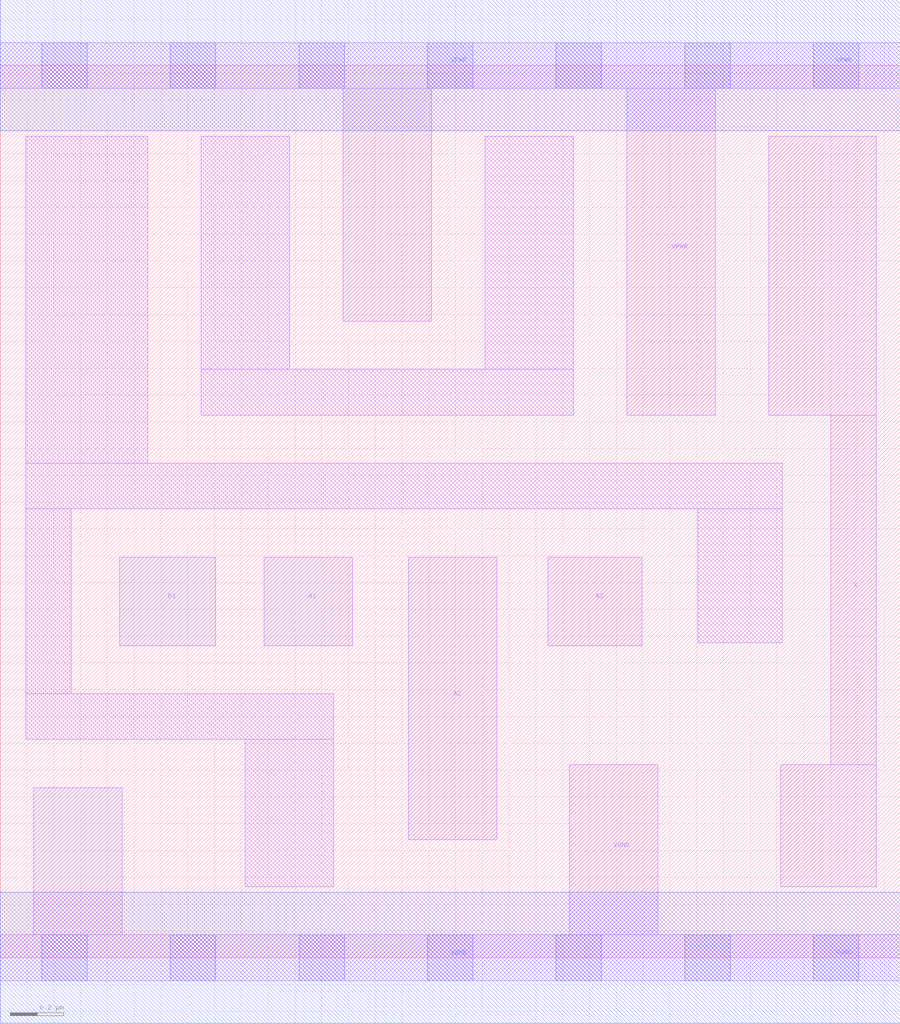
<source format=lef>
# Copyright 2020 The SkyWater PDK Authors
#
# Licensed under the Apache License, Version 2.0 (the "License");
# you may not use this file except in compliance with the License.
# You may obtain a copy of the License at
#
#     https://www.apache.org/licenses/LICENSE-2.0
#
# Unless required by applicable law or agreed to in writing, software
# distributed under the License is distributed on an "AS IS" BASIS,
# WITHOUT WARRANTIES OR CONDITIONS OF ANY KIND, either express or implied.
# See the License for the specific language governing permissions and
# limitations under the License.
#
# SPDX-License-Identifier: Apache-2.0

VERSION 5.7 ;
  NAMESCASESENSITIVE ON ;
  NOWIREEXTENSIONATPIN ON ;
  DIVIDERCHAR "/" ;
  BUSBITCHARS "[]" ;
UNITS
  DATABASE MICRONS 200 ;
END UNITS
MACRO sky130_fd_sc_lp__a31o_lp
  CLASS CORE ;
  SOURCE USER ;
  FOREIGN sky130_fd_sc_lp__a31o_lp ;
  ORIGIN  0.000000  0.000000 ;
  SIZE  3.360000 BY  3.330000 ;
  SYMMETRY X Y R90 ;
  SITE unit ;
  PIN A1
    ANTENNAGATEAREA  0.313000 ;
    DIRECTION INPUT ;
    USE SIGNAL ;
    PORT
      LAYER li1 ;
        RECT 0.985000 1.165000 1.315000 1.495000 ;
    END
  END A1
  PIN A2
    ANTENNAGATEAREA  0.313000 ;
    DIRECTION INPUT ;
    USE SIGNAL ;
    PORT
      LAYER li1 ;
        RECT 1.525000 0.440000 1.855000 1.495000 ;
    END
  END A2
  PIN A3
    ANTENNAGATEAREA  0.313000 ;
    DIRECTION INPUT ;
    USE SIGNAL ;
    PORT
      LAYER li1 ;
        RECT 2.045000 1.165000 2.395000 1.495000 ;
    END
  END A3
  PIN B1
    ANTENNAGATEAREA  0.376000 ;
    DIRECTION INPUT ;
    USE SIGNAL ;
    PORT
      LAYER li1 ;
        RECT 0.445000 1.165000 0.805000 1.495000 ;
    END
  END B1
  PIN X
    ANTENNADIFFAREA  0.404700 ;
    DIRECTION OUTPUT ;
    USE SIGNAL ;
    PORT
      LAYER li1 ;
        RECT 2.870000 2.025000 3.270000 3.065000 ;
        RECT 2.915000 0.265000 3.270000 0.720000 ;
        RECT 3.100000 0.720000 3.270000 2.025000 ;
    END
  END X
  PIN VGND
    DIRECTION INOUT ;
    USE GROUND ;
    PORT
      LAYER li1 ;
        RECT 0.000000 -0.085000 3.360000 0.085000 ;
        RECT 0.125000  0.085000 0.455000 0.635000 ;
        RECT 2.125000  0.085000 2.455000 0.720000 ;
      LAYER mcon ;
        RECT 0.155000 -0.085000 0.325000 0.085000 ;
        RECT 0.635000 -0.085000 0.805000 0.085000 ;
        RECT 1.115000 -0.085000 1.285000 0.085000 ;
        RECT 1.595000 -0.085000 1.765000 0.085000 ;
        RECT 2.075000 -0.085000 2.245000 0.085000 ;
        RECT 2.555000 -0.085000 2.725000 0.085000 ;
        RECT 3.035000 -0.085000 3.205000 0.085000 ;
      LAYER met1 ;
        RECT 0.000000 -0.245000 3.360000 0.245000 ;
    END
  END VGND
  PIN VPWR
    DIRECTION INOUT ;
    USE POWER ;
    PORT
      LAYER li1 ;
        RECT 0.000000 3.245000 3.360000 3.415000 ;
        RECT 1.280000 2.375000 1.610000 3.245000 ;
        RECT 2.340000 2.025000 2.670000 3.245000 ;
      LAYER mcon ;
        RECT 0.155000 3.245000 0.325000 3.415000 ;
        RECT 0.635000 3.245000 0.805000 3.415000 ;
        RECT 1.115000 3.245000 1.285000 3.415000 ;
        RECT 1.595000 3.245000 1.765000 3.415000 ;
        RECT 2.075000 3.245000 2.245000 3.415000 ;
        RECT 2.555000 3.245000 2.725000 3.415000 ;
        RECT 3.035000 3.245000 3.205000 3.415000 ;
      LAYER met1 ;
        RECT 0.000000 3.085000 3.360000 3.575000 ;
    END
  END VPWR
  OBS
    LAYER li1 ;
      RECT 0.095000 0.815000 1.245000 0.985000 ;
      RECT 0.095000 0.985000 0.265000 1.675000 ;
      RECT 0.095000 1.675000 2.920000 1.845000 ;
      RECT 0.095000 1.845000 0.550000 3.065000 ;
      RECT 0.750000 2.025000 2.140000 2.195000 ;
      RECT 0.750000 2.195000 1.080000 3.065000 ;
      RECT 0.915000 0.265000 1.245000 0.815000 ;
      RECT 1.810000 2.195000 2.140000 3.065000 ;
      RECT 2.605000 1.175000 2.920000 1.675000 ;
  END
END sky130_fd_sc_lp__a31o_lp

</source>
